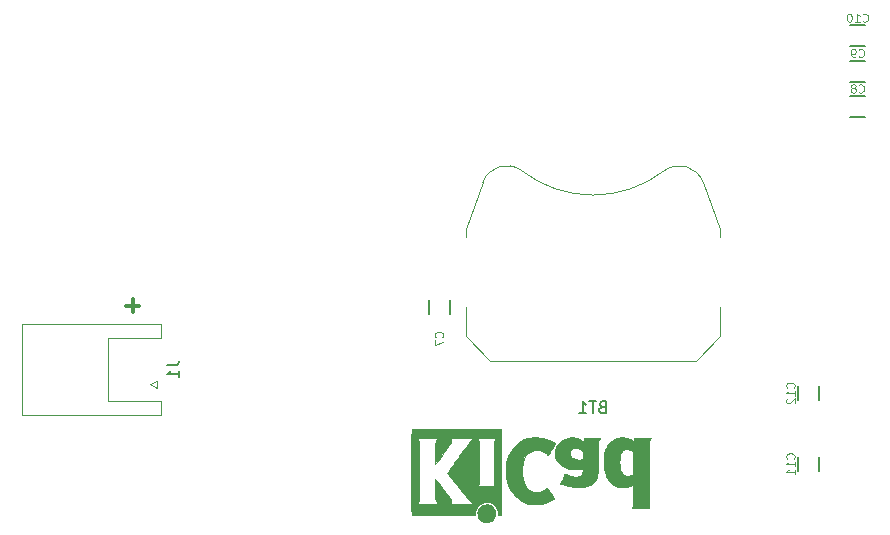
<source format=gbr>
G04 #@! TF.GenerationSoftware,KiCad,Pcbnew,(5.0.2)-1*
G04 #@! TF.CreationDate,2019-05-25T19:55:33-02:30*
G04 #@! TF.ProjectId,ControllerPCB,436f6e74-726f-46c6-9c65-725043422e6b,rev?*
G04 #@! TF.SameCoordinates,Original*
G04 #@! TF.FileFunction,Legend,Bot*
G04 #@! TF.FilePolarity,Positive*
%FSLAX46Y46*%
G04 Gerber Fmt 4.6, Leading zero omitted, Abs format (unit mm)*
G04 Created by KiCad (PCBNEW (5.0.2)-1) date 5/25/2019 7:55:33 PM*
%MOMM*%
%LPD*%
G01*
G04 APERTURE LIST*
%ADD10C,0.300000*%
%ADD11C,0.010000*%
%ADD12C,0.100000*%
%ADD13C,0.150000*%
%ADD14C,0.120000*%
G04 APERTURE END LIST*
D10*
X120201571Y-99722142D02*
X121344428Y-99722142D01*
X120773000Y-100293571D02*
X120773000Y-99150714D01*
D11*
G04 #@! TO.C,logo3*
G36*
X150895682Y-118031067D02*
X151031929Y-117983828D01*
X151158779Y-117909473D01*
X151272067Y-117808013D01*
X151367628Y-117679457D01*
X151410554Y-117598428D01*
X151447705Y-117485092D01*
X151465712Y-117354249D01*
X151463717Y-117219735D01*
X151441577Y-117097842D01*
X151381064Y-116948893D01*
X151293314Y-116819691D01*
X151182788Y-116712777D01*
X151053946Y-116630694D01*
X150911247Y-116575984D01*
X150759151Y-116551190D01*
X150602119Y-116558853D01*
X150524714Y-116575228D01*
X150373859Y-116633911D01*
X150239875Y-116723457D01*
X150125994Y-116841107D01*
X150035448Y-116984098D01*
X150027788Y-116999714D01*
X150001306Y-117058314D01*
X149984678Y-117107666D01*
X149975650Y-117159730D01*
X149971968Y-117226461D01*
X149971357Y-117299071D01*
X149972367Y-117386309D01*
X149976928Y-117449376D01*
X149987334Y-117500364D01*
X150005879Y-117551367D01*
X150028770Y-117601687D01*
X150114154Y-117744530D01*
X150219301Y-117860190D01*
X150340045Y-117948675D01*
X150472221Y-118009995D01*
X150611663Y-118044161D01*
X150754205Y-118051182D01*
X150895682Y-118031067D01*
X150895682Y-118031067D01*
G37*
X150895682Y-118031067D02*
X151031929Y-117983828D01*
X151158779Y-117909473D01*
X151272067Y-117808013D01*
X151367628Y-117679457D01*
X151410554Y-117598428D01*
X151447705Y-117485092D01*
X151465712Y-117354249D01*
X151463717Y-117219735D01*
X151441577Y-117097842D01*
X151381064Y-116948893D01*
X151293314Y-116819691D01*
X151182788Y-116712777D01*
X151053946Y-116630694D01*
X150911247Y-116575984D01*
X150759151Y-116551190D01*
X150602119Y-116558853D01*
X150524714Y-116575228D01*
X150373859Y-116633911D01*
X150239875Y-116723457D01*
X150125994Y-116841107D01*
X150035448Y-116984098D01*
X150027788Y-116999714D01*
X150001306Y-117058314D01*
X149984678Y-117107666D01*
X149975650Y-117159730D01*
X149971968Y-117226461D01*
X149971357Y-117299071D01*
X149972367Y-117386309D01*
X149976928Y-117449376D01*
X149987334Y-117500364D01*
X150005879Y-117551367D01*
X150028770Y-117601687D01*
X150114154Y-117744530D01*
X150219301Y-117860190D01*
X150340045Y-117948675D01*
X150472221Y-118009995D01*
X150611663Y-118044161D01*
X150754205Y-118051182D01*
X150895682Y-118031067D01*
G36*
X163539571Y-116814911D02*
X163693876Y-116814277D01*
X163746321Y-116813958D01*
X164467500Y-116809214D01*
X164476571Y-114042428D01*
X164477769Y-113667244D01*
X164478832Y-113326583D01*
X164479827Y-113018682D01*
X164480823Y-112741779D01*
X164481888Y-112494112D01*
X164483091Y-112273919D01*
X164484499Y-112079438D01*
X164486182Y-111908906D01*
X164488206Y-111760560D01*
X164490641Y-111632639D01*
X164493554Y-111523380D01*
X164497015Y-111431021D01*
X164501090Y-111353800D01*
X164505849Y-111289954D01*
X164511360Y-111237722D01*
X164517691Y-111195340D01*
X164524910Y-111161047D01*
X164533085Y-111133080D01*
X164542285Y-111109676D01*
X164552577Y-111089075D01*
X164564031Y-111069513D01*
X164576715Y-111049228D01*
X164590695Y-111026457D01*
X164593561Y-111021607D01*
X164641640Y-110939567D01*
X163251928Y-110949071D01*
X163242857Y-111101705D01*
X163237918Y-111174955D01*
X163232771Y-111217304D01*
X163225786Y-111234108D01*
X163215337Y-111230723D01*
X163206571Y-111221040D01*
X163168388Y-111185771D01*
X163106155Y-111140437D01*
X163028641Y-111090454D01*
X162944613Y-111041239D01*
X162862839Y-110998209D01*
X162800052Y-110969899D01*
X162652954Y-110923376D01*
X162484180Y-110890421D01*
X162306191Y-110872293D01*
X162131447Y-110870250D01*
X161972407Y-110885553D01*
X161969788Y-110885991D01*
X161752168Y-110940598D01*
X161548455Y-111027599D01*
X161360613Y-111145124D01*
X161190607Y-111291303D01*
X161040402Y-111464266D01*
X160911964Y-111662143D01*
X160807257Y-111883064D01*
X160750246Y-112046714D01*
X160712651Y-112183625D01*
X160684771Y-112316202D01*
X160665753Y-112452498D01*
X160654745Y-112600567D01*
X160650895Y-112768463D01*
X160652600Y-112905560D01*
X161991359Y-112905560D01*
X161997694Y-112675671D01*
X162017679Y-112477889D01*
X162051927Y-112310461D01*
X162101055Y-112171631D01*
X162165676Y-112059642D01*
X162246405Y-111972741D01*
X162339591Y-111911308D01*
X162388080Y-111888374D01*
X162430134Y-111874625D01*
X162477020Y-111868334D01*
X162540004Y-111867778D01*
X162607857Y-111870227D01*
X162741295Y-111881996D01*
X162846832Y-111905045D01*
X162880000Y-111916590D01*
X162955735Y-111950689D01*
X163035614Y-111993509D01*
X163070500Y-112014943D01*
X163161214Y-112074444D01*
X163161214Y-113960416D01*
X163061428Y-114020229D01*
X162922267Y-114087815D01*
X162780087Y-114127786D01*
X162640090Y-114140378D01*
X162507474Y-114125827D01*
X162387440Y-114084368D01*
X162285188Y-114016237D01*
X162252195Y-113983534D01*
X162172667Y-113876381D01*
X162108299Y-113746673D01*
X162058553Y-113592186D01*
X162022891Y-113410698D01*
X162000775Y-113199985D01*
X161991667Y-112957825D01*
X161991359Y-112905560D01*
X160652600Y-112905560D01*
X160653310Y-112962626D01*
X160668605Y-113261287D01*
X160699358Y-113530675D01*
X160746381Y-113774715D01*
X160810482Y-113997330D01*
X160892472Y-114202444D01*
X160921730Y-114263254D01*
X161039581Y-114461560D01*
X161181996Y-114637788D01*
X161345629Y-114789092D01*
X161527131Y-114912629D01*
X161723153Y-115005553D01*
X161840655Y-115043885D01*
X161956054Y-115066641D01*
X162094907Y-115080180D01*
X162245574Y-115084508D01*
X162396413Y-115079632D01*
X162535785Y-115065556D01*
X162647691Y-115043475D01*
X162780884Y-115000172D01*
X162909979Y-114944489D01*
X163022928Y-114882064D01*
X163083043Y-114839697D01*
X163124510Y-114808193D01*
X163153545Y-114789010D01*
X163160150Y-114786286D01*
X163162198Y-114803837D01*
X163164107Y-114854125D01*
X163165836Y-114933600D01*
X163167341Y-115038714D01*
X163168581Y-115165917D01*
X163169513Y-115311661D01*
X163170095Y-115472397D01*
X163170286Y-115636116D01*
X163170179Y-115845812D01*
X163169658Y-116022604D01*
X163168416Y-116169874D01*
X163166148Y-116291003D01*
X163162550Y-116389373D01*
X163157317Y-116468366D01*
X163150144Y-116531362D01*
X163140726Y-116581745D01*
X163128758Y-116622895D01*
X163113935Y-116658194D01*
X163095952Y-116691023D01*
X163074505Y-116724765D01*
X163071745Y-116728943D01*
X163044083Y-116772644D01*
X163027382Y-116802695D01*
X163025143Y-116809033D01*
X163042643Y-116811033D01*
X163092574Y-116812660D01*
X163171085Y-116813888D01*
X163274323Y-116814689D01*
X163398436Y-116815039D01*
X163539571Y-116814911D01*
X163539571Y-116814911D01*
G37*
X163539571Y-116814911D02*
X163693876Y-116814277D01*
X163746321Y-116813958D01*
X164467500Y-116809214D01*
X164476571Y-114042428D01*
X164477769Y-113667244D01*
X164478832Y-113326583D01*
X164479827Y-113018682D01*
X164480823Y-112741779D01*
X164481888Y-112494112D01*
X164483091Y-112273919D01*
X164484499Y-112079438D01*
X164486182Y-111908906D01*
X164488206Y-111760560D01*
X164490641Y-111632639D01*
X164493554Y-111523380D01*
X164497015Y-111431021D01*
X164501090Y-111353800D01*
X164505849Y-111289954D01*
X164511360Y-111237722D01*
X164517691Y-111195340D01*
X164524910Y-111161047D01*
X164533085Y-111133080D01*
X164542285Y-111109676D01*
X164552577Y-111089075D01*
X164564031Y-111069513D01*
X164576715Y-111049228D01*
X164590695Y-111026457D01*
X164593561Y-111021607D01*
X164641640Y-110939567D01*
X163251928Y-110949071D01*
X163242857Y-111101705D01*
X163237918Y-111174955D01*
X163232771Y-111217304D01*
X163225786Y-111234108D01*
X163215337Y-111230723D01*
X163206571Y-111221040D01*
X163168388Y-111185771D01*
X163106155Y-111140437D01*
X163028641Y-111090454D01*
X162944613Y-111041239D01*
X162862839Y-110998209D01*
X162800052Y-110969899D01*
X162652954Y-110923376D01*
X162484180Y-110890421D01*
X162306191Y-110872293D01*
X162131447Y-110870250D01*
X161972407Y-110885553D01*
X161969788Y-110885991D01*
X161752168Y-110940598D01*
X161548455Y-111027599D01*
X161360613Y-111145124D01*
X161190607Y-111291303D01*
X161040402Y-111464266D01*
X160911964Y-111662143D01*
X160807257Y-111883064D01*
X160750246Y-112046714D01*
X160712651Y-112183625D01*
X160684771Y-112316202D01*
X160665753Y-112452498D01*
X160654745Y-112600567D01*
X160650895Y-112768463D01*
X160652600Y-112905560D01*
X161991359Y-112905560D01*
X161997694Y-112675671D01*
X162017679Y-112477889D01*
X162051927Y-112310461D01*
X162101055Y-112171631D01*
X162165676Y-112059642D01*
X162246405Y-111972741D01*
X162339591Y-111911308D01*
X162388080Y-111888374D01*
X162430134Y-111874625D01*
X162477020Y-111868334D01*
X162540004Y-111867778D01*
X162607857Y-111870227D01*
X162741295Y-111881996D01*
X162846832Y-111905045D01*
X162880000Y-111916590D01*
X162955735Y-111950689D01*
X163035614Y-111993509D01*
X163070500Y-112014943D01*
X163161214Y-112074444D01*
X163161214Y-113960416D01*
X163061428Y-114020229D01*
X162922267Y-114087815D01*
X162780087Y-114127786D01*
X162640090Y-114140378D01*
X162507474Y-114125827D01*
X162387440Y-114084368D01*
X162285188Y-114016237D01*
X162252195Y-113983534D01*
X162172667Y-113876381D01*
X162108299Y-113746673D01*
X162058553Y-113592186D01*
X162022891Y-113410698D01*
X162000775Y-113199985D01*
X161991667Y-112957825D01*
X161991359Y-112905560D01*
X160652600Y-112905560D01*
X160653310Y-112962626D01*
X160668605Y-113261287D01*
X160699358Y-113530675D01*
X160746381Y-113774715D01*
X160810482Y-113997330D01*
X160892472Y-114202444D01*
X160921730Y-114263254D01*
X161039581Y-114461560D01*
X161181996Y-114637788D01*
X161345629Y-114789092D01*
X161527131Y-114912629D01*
X161723153Y-115005553D01*
X161840655Y-115043885D01*
X161956054Y-115066641D01*
X162094907Y-115080180D01*
X162245574Y-115084508D01*
X162396413Y-115079632D01*
X162535785Y-115065556D01*
X162647691Y-115043475D01*
X162780884Y-115000172D01*
X162909979Y-114944489D01*
X163022928Y-114882064D01*
X163083043Y-114839697D01*
X163124510Y-114808193D01*
X163153545Y-114789010D01*
X163160150Y-114786286D01*
X163162198Y-114803837D01*
X163164107Y-114854125D01*
X163165836Y-114933600D01*
X163167341Y-115038714D01*
X163168581Y-115165917D01*
X163169513Y-115311661D01*
X163170095Y-115472397D01*
X163170286Y-115636116D01*
X163170179Y-115845812D01*
X163169658Y-116022604D01*
X163168416Y-116169874D01*
X163166148Y-116291003D01*
X163162550Y-116389373D01*
X163157317Y-116468366D01*
X163150144Y-116531362D01*
X163140726Y-116581745D01*
X163128758Y-116622895D01*
X163113935Y-116658194D01*
X163095952Y-116691023D01*
X163074505Y-116724765D01*
X163071745Y-116728943D01*
X163044083Y-116772644D01*
X163027382Y-116802695D01*
X163025143Y-116809033D01*
X163042643Y-116811033D01*
X163092574Y-116812660D01*
X163171085Y-116813888D01*
X163274323Y-116814689D01*
X163398436Y-116815039D01*
X163539571Y-116814911D01*
G36*
X158683632Y-115087270D02*
X158773523Y-115080465D01*
X159030715Y-115046247D01*
X159258485Y-114991669D01*
X159457943Y-114915980D01*
X159630197Y-114818430D01*
X159776359Y-114698268D01*
X159897536Y-114554742D01*
X159994839Y-114387102D01*
X160065891Y-114205714D01*
X160083927Y-114147854D01*
X160099632Y-114093671D01*
X160113192Y-114040248D01*
X160124792Y-113984667D01*
X160134617Y-113924012D01*
X160142853Y-113855365D01*
X160149684Y-113775810D01*
X160155295Y-113682428D01*
X160159872Y-113572304D01*
X160163600Y-113442519D01*
X160166665Y-113290158D01*
X160169250Y-113112302D01*
X160171542Y-112906035D01*
X160173725Y-112668439D01*
X160175286Y-112482143D01*
X160185785Y-111203071D01*
X160253821Y-111079982D01*
X160286038Y-111020683D01*
X160310012Y-110974623D01*
X160321450Y-110950107D01*
X160321857Y-110948447D01*
X160304375Y-110946546D01*
X160254574Y-110944795D01*
X160176421Y-110943242D01*
X160073882Y-110941938D01*
X159950922Y-110940930D01*
X159811510Y-110940269D01*
X159659611Y-110940003D01*
X159641500Y-110940000D01*
X158961143Y-110940000D01*
X158961143Y-111094214D01*
X158959982Y-111163906D01*
X158956887Y-111217206D01*
X158952432Y-111245783D01*
X158950463Y-111248428D01*
X158932455Y-111237347D01*
X158895393Y-111208264D01*
X158847222Y-111167421D01*
X158846141Y-111166476D01*
X158758235Y-111101029D01*
X158647217Y-111035312D01*
X158525631Y-110975781D01*
X158406021Y-110928891D01*
X158353357Y-110912867D01*
X158248551Y-110892515D01*
X158119950Y-110879528D01*
X157979325Y-110874091D01*
X157838448Y-110876389D01*
X157709093Y-110886608D01*
X157618571Y-110901311D01*
X157396580Y-110966501D01*
X157196729Y-111059406D01*
X157020319Y-111178874D01*
X156868650Y-111323753D01*
X156743024Y-111492890D01*
X156644741Y-111685133D01*
X156602341Y-111801786D01*
X156575768Y-111915167D01*
X156558158Y-112051278D01*
X156550010Y-112197563D01*
X156550278Y-112218849D01*
X157777321Y-112218849D01*
X157787496Y-112110150D01*
X157821378Y-112019815D01*
X157884000Y-111936005D01*
X157908052Y-111911429D01*
X157993551Y-111844989D01*
X158092373Y-111802426D01*
X158210768Y-111781823D01*
X158335445Y-111780306D01*
X158453698Y-111790323D01*
X158544239Y-111809915D01*
X158583560Y-111824630D01*
X158654432Y-111864735D01*
X158729525Y-111921137D01*
X158798038Y-111984439D01*
X158849172Y-112045245D01*
X158862750Y-112067551D01*
X158873305Y-112098788D01*
X158880810Y-112148493D01*
X158885613Y-112221413D01*
X158888065Y-112322297D01*
X158888571Y-112418311D01*
X158888228Y-112530250D01*
X158886843Y-112611191D01*
X158883881Y-112666415D01*
X158878808Y-112701206D01*
X158871090Y-112720846D01*
X158860192Y-112730620D01*
X158856821Y-112732176D01*
X158827529Y-112736971D01*
X158769756Y-112740892D01*
X158691304Y-112743586D01*
X158599974Y-112744701D01*
X158580143Y-112744702D01*
X158458063Y-112742754D01*
X158363749Y-112736959D01*
X158288807Y-112726525D01*
X158226903Y-112711286D01*
X158073349Y-112653216D01*
X157952932Y-112581821D01*
X157864610Y-112495961D01*
X157807339Y-112394493D01*
X157780078Y-112276275D01*
X157777321Y-112218849D01*
X156550278Y-112218849D01*
X156551823Y-112341467D01*
X156564096Y-112470435D01*
X156573670Y-112522540D01*
X156634801Y-112716003D01*
X156727757Y-112894007D01*
X156850783Y-113054845D01*
X157002124Y-113196810D01*
X157180025Y-113318194D01*
X157382732Y-113417291D01*
X157555071Y-113477467D01*
X157670253Y-113509081D01*
X157780423Y-113533646D01*
X157892719Y-113551961D01*
X158014275Y-113564822D01*
X158152229Y-113573028D01*
X158313715Y-113577376D01*
X158459715Y-113578600D01*
X158892645Y-113579785D01*
X158884351Y-113709920D01*
X158860801Y-113851117D01*
X158810703Y-113972482D01*
X158736191Y-114070983D01*
X158639399Y-114143591D01*
X158554171Y-114179021D01*
X158432056Y-114201350D01*
X158286683Y-114204557D01*
X158124867Y-114189823D01*
X157953422Y-114158330D01*
X157779163Y-114111260D01*
X157608904Y-114049797D01*
X157485176Y-113993583D01*
X157425647Y-113964717D01*
X157380242Y-113944557D01*
X157357150Y-113936690D01*
X157355897Y-113936942D01*
X157347929Y-113954563D01*
X157328031Y-114001267D01*
X157298077Y-114072582D01*
X157259939Y-114164031D01*
X157215488Y-114271141D01*
X157170305Y-114380451D01*
X156989667Y-114818260D01*
X157118155Y-114839364D01*
X157173846Y-114849953D01*
X157257564Y-114867737D01*
X157362139Y-114891102D01*
X157480399Y-114918435D01*
X157605172Y-114948119D01*
X157654857Y-114960182D01*
X157869807Y-115010038D01*
X158057995Y-115047416D01*
X158226446Y-115073073D01*
X158382186Y-115087765D01*
X158532240Y-115092245D01*
X158683632Y-115087270D01*
X158683632Y-115087270D01*
G37*
X158683632Y-115087270D02*
X158773523Y-115080465D01*
X159030715Y-115046247D01*
X159258485Y-114991669D01*
X159457943Y-114915980D01*
X159630197Y-114818430D01*
X159776359Y-114698268D01*
X159897536Y-114554742D01*
X159994839Y-114387102D01*
X160065891Y-114205714D01*
X160083927Y-114147854D01*
X160099632Y-114093671D01*
X160113192Y-114040248D01*
X160124792Y-113984667D01*
X160134617Y-113924012D01*
X160142853Y-113855365D01*
X160149684Y-113775810D01*
X160155295Y-113682428D01*
X160159872Y-113572304D01*
X160163600Y-113442519D01*
X160166665Y-113290158D01*
X160169250Y-113112302D01*
X160171542Y-112906035D01*
X160173725Y-112668439D01*
X160175286Y-112482143D01*
X160185785Y-111203071D01*
X160253821Y-111079982D01*
X160286038Y-111020683D01*
X160310012Y-110974623D01*
X160321450Y-110950107D01*
X160321857Y-110948447D01*
X160304375Y-110946546D01*
X160254574Y-110944795D01*
X160176421Y-110943242D01*
X160073882Y-110941938D01*
X159950922Y-110940930D01*
X159811510Y-110940269D01*
X159659611Y-110940003D01*
X159641500Y-110940000D01*
X158961143Y-110940000D01*
X158961143Y-111094214D01*
X158959982Y-111163906D01*
X158956887Y-111217206D01*
X158952432Y-111245783D01*
X158950463Y-111248428D01*
X158932455Y-111237347D01*
X158895393Y-111208264D01*
X158847222Y-111167421D01*
X158846141Y-111166476D01*
X158758235Y-111101029D01*
X158647217Y-111035312D01*
X158525631Y-110975781D01*
X158406021Y-110928891D01*
X158353357Y-110912867D01*
X158248551Y-110892515D01*
X158119950Y-110879528D01*
X157979325Y-110874091D01*
X157838448Y-110876389D01*
X157709093Y-110886608D01*
X157618571Y-110901311D01*
X157396580Y-110966501D01*
X157196729Y-111059406D01*
X157020319Y-111178874D01*
X156868650Y-111323753D01*
X156743024Y-111492890D01*
X156644741Y-111685133D01*
X156602341Y-111801786D01*
X156575768Y-111915167D01*
X156558158Y-112051278D01*
X156550010Y-112197563D01*
X156550278Y-112218849D01*
X157777321Y-112218849D01*
X157787496Y-112110150D01*
X157821378Y-112019815D01*
X157884000Y-111936005D01*
X157908052Y-111911429D01*
X157993551Y-111844989D01*
X158092373Y-111802426D01*
X158210768Y-111781823D01*
X158335445Y-111780306D01*
X158453698Y-111790323D01*
X158544239Y-111809915D01*
X158583560Y-111824630D01*
X158654432Y-111864735D01*
X158729525Y-111921137D01*
X158798038Y-111984439D01*
X158849172Y-112045245D01*
X158862750Y-112067551D01*
X158873305Y-112098788D01*
X158880810Y-112148493D01*
X158885613Y-112221413D01*
X158888065Y-112322297D01*
X158888571Y-112418311D01*
X158888228Y-112530250D01*
X158886843Y-112611191D01*
X158883881Y-112666415D01*
X158878808Y-112701206D01*
X158871090Y-112720846D01*
X158860192Y-112730620D01*
X158856821Y-112732176D01*
X158827529Y-112736971D01*
X158769756Y-112740892D01*
X158691304Y-112743586D01*
X158599974Y-112744701D01*
X158580143Y-112744702D01*
X158458063Y-112742754D01*
X158363749Y-112736959D01*
X158288807Y-112726525D01*
X158226903Y-112711286D01*
X158073349Y-112653216D01*
X157952932Y-112581821D01*
X157864610Y-112495961D01*
X157807339Y-112394493D01*
X157780078Y-112276275D01*
X157777321Y-112218849D01*
X156550278Y-112218849D01*
X156551823Y-112341467D01*
X156564096Y-112470435D01*
X156573670Y-112522540D01*
X156634801Y-112716003D01*
X156727757Y-112894007D01*
X156850783Y-113054845D01*
X157002124Y-113196810D01*
X157180025Y-113318194D01*
X157382732Y-113417291D01*
X157555071Y-113477467D01*
X157670253Y-113509081D01*
X157780423Y-113533646D01*
X157892719Y-113551961D01*
X158014275Y-113564822D01*
X158152229Y-113573028D01*
X158313715Y-113577376D01*
X158459715Y-113578600D01*
X158892645Y-113579785D01*
X158884351Y-113709920D01*
X158860801Y-113851117D01*
X158810703Y-113972482D01*
X158736191Y-114070983D01*
X158639399Y-114143591D01*
X158554171Y-114179021D01*
X158432056Y-114201350D01*
X158286683Y-114204557D01*
X158124867Y-114189823D01*
X157953422Y-114158330D01*
X157779163Y-114111260D01*
X157608904Y-114049797D01*
X157485176Y-113993583D01*
X157425647Y-113964717D01*
X157380242Y-113944557D01*
X157357150Y-113936690D01*
X157355897Y-113936942D01*
X157347929Y-113954563D01*
X157328031Y-114001267D01*
X157298077Y-114072582D01*
X157259939Y-114164031D01*
X157215488Y-114271141D01*
X157170305Y-114380451D01*
X156989667Y-114818260D01*
X157118155Y-114839364D01*
X157173846Y-114849953D01*
X157257564Y-114867737D01*
X157362139Y-114891102D01*
X157480399Y-114918435D01*
X157605172Y-114948119D01*
X157654857Y-114960182D01*
X157869807Y-115010038D01*
X158057995Y-115047416D01*
X158226446Y-115073073D01*
X158382186Y-115087765D01*
X158532240Y-115092245D01*
X158683632Y-115087270D01*
G36*
X155079378Y-116545769D02*
X155275019Y-116524351D01*
X155464562Y-116486015D01*
X155655717Y-116428762D01*
X155856196Y-116350591D01*
X156073708Y-116249504D01*
X156112880Y-116229924D01*
X156202772Y-116185638D01*
X156287553Y-116145761D01*
X156358855Y-116114102D01*
X156408310Y-116094468D01*
X156415908Y-116091996D01*
X156488714Y-116070183D01*
X156162803Y-115596056D01*
X156083123Y-115480177D01*
X156010272Y-115374306D01*
X155946730Y-115282038D01*
X155894972Y-115206967D01*
X155857477Y-115152687D01*
X155836723Y-115122793D01*
X155833351Y-115118059D01*
X155819655Y-115127958D01*
X155785943Y-115157715D01*
X155738244Y-115201927D01*
X155711920Y-115226916D01*
X155562772Y-115345544D01*
X155395268Y-115435687D01*
X155250928Y-115485064D01*
X155164283Y-115500571D01*
X155055796Y-115510021D01*
X154938227Y-115513239D01*
X154824334Y-115510049D01*
X154726879Y-115500276D01*
X154687990Y-115492791D01*
X154512712Y-115432488D01*
X154354765Y-115340410D01*
X154214268Y-115216727D01*
X154091335Y-115061607D01*
X153986085Y-114875219D01*
X153898635Y-114657730D01*
X153829100Y-114409308D01*
X153787775Y-114196643D01*
X153776994Y-114102759D01*
X153769648Y-113981476D01*
X153765667Y-113841507D01*
X153764979Y-113691569D01*
X153767514Y-113540378D01*
X153773200Y-113396649D01*
X153781967Y-113269097D01*
X153793744Y-113166438D01*
X153796293Y-113150599D01*
X153852481Y-112895464D01*
X153929036Y-112669658D01*
X154026426Y-112472169D01*
X154145114Y-112301986D01*
X154229363Y-112209978D01*
X154380770Y-112085057D01*
X154546817Y-111992460D01*
X154724701Y-111932691D01*
X154911622Y-111906254D01*
X155104778Y-111913652D01*
X155301369Y-111955389D01*
X155417597Y-111996229D01*
X155578438Y-112078010D01*
X155744213Y-112195322D01*
X155837073Y-112274655D01*
X155889214Y-112320571D01*
X155930180Y-112354258D01*
X155953498Y-112370490D01*
X155956393Y-112370985D01*
X155966800Y-112354399D01*
X155993767Y-112310568D01*
X156034996Y-112243252D01*
X156088189Y-112156206D01*
X156151050Y-112053190D01*
X156221281Y-111937959D01*
X156260372Y-111873769D01*
X156558964Y-111383323D01*
X156186161Y-111199085D01*
X156051369Y-111132907D01*
X155942175Y-111080722D01*
X155851907Y-111039940D01*
X155773888Y-111007967D01*
X155701444Y-110982213D01*
X155627901Y-110960086D01*
X155546584Y-110938993D01*
X155468643Y-110920470D01*
X155399366Y-110906137D01*
X155326917Y-110895306D01*
X155244042Y-110887374D01*
X155143488Y-110881742D01*
X155018003Y-110877808D01*
X154933428Y-110876109D01*
X154812754Y-110874950D01*
X154697042Y-110875535D01*
X154593951Y-110877696D01*
X154511138Y-110881268D01*
X154456260Y-110886083D01*
X154453008Y-110886563D01*
X154168043Y-110948214D01*
X153900442Y-111041715D01*
X153650297Y-111167007D01*
X153417704Y-111324026D01*
X153202757Y-111512711D01*
X153005550Y-111733000D01*
X152862727Y-111928786D01*
X152710680Y-112185051D01*
X152587773Y-112455683D01*
X152493410Y-112742851D01*
X152426999Y-113048724D01*
X152387944Y-113375472D01*
X152375640Y-113707261D01*
X152385759Y-114028221D01*
X152417561Y-114324354D01*
X152472054Y-114600655D01*
X152550250Y-114862119D01*
X152653159Y-115113742D01*
X152665447Y-115139810D01*
X152800820Y-115383493D01*
X152967089Y-115615382D01*
X153159541Y-115830677D01*
X153373466Y-116024578D01*
X153604155Y-116192285D01*
X153819109Y-116315304D01*
X154036258Y-116411655D01*
X154253868Y-116481449D01*
X154480362Y-116526587D01*
X154724166Y-116548969D01*
X154869928Y-116552269D01*
X155079378Y-116545769D01*
X155079378Y-116545769D01*
G37*
X155079378Y-116545769D02*
X155275019Y-116524351D01*
X155464562Y-116486015D01*
X155655717Y-116428762D01*
X155856196Y-116350591D01*
X156073708Y-116249504D01*
X156112880Y-116229924D01*
X156202772Y-116185638D01*
X156287553Y-116145761D01*
X156358855Y-116114102D01*
X156408310Y-116094468D01*
X156415908Y-116091996D01*
X156488714Y-116070183D01*
X156162803Y-115596056D01*
X156083123Y-115480177D01*
X156010272Y-115374306D01*
X155946730Y-115282038D01*
X155894972Y-115206967D01*
X155857477Y-115152687D01*
X155836723Y-115122793D01*
X155833351Y-115118059D01*
X155819655Y-115127958D01*
X155785943Y-115157715D01*
X155738244Y-115201927D01*
X155711920Y-115226916D01*
X155562772Y-115345544D01*
X155395268Y-115435687D01*
X155250928Y-115485064D01*
X155164283Y-115500571D01*
X155055796Y-115510021D01*
X154938227Y-115513239D01*
X154824334Y-115510049D01*
X154726879Y-115500276D01*
X154687990Y-115492791D01*
X154512712Y-115432488D01*
X154354765Y-115340410D01*
X154214268Y-115216727D01*
X154091335Y-115061607D01*
X153986085Y-114875219D01*
X153898635Y-114657730D01*
X153829100Y-114409308D01*
X153787775Y-114196643D01*
X153776994Y-114102759D01*
X153769648Y-113981476D01*
X153765667Y-113841507D01*
X153764979Y-113691569D01*
X153767514Y-113540378D01*
X153773200Y-113396649D01*
X153781967Y-113269097D01*
X153793744Y-113166438D01*
X153796293Y-113150599D01*
X153852481Y-112895464D01*
X153929036Y-112669658D01*
X154026426Y-112472169D01*
X154145114Y-112301986D01*
X154229363Y-112209978D01*
X154380770Y-112085057D01*
X154546817Y-111992460D01*
X154724701Y-111932691D01*
X154911622Y-111906254D01*
X155104778Y-111913652D01*
X155301369Y-111955389D01*
X155417597Y-111996229D01*
X155578438Y-112078010D01*
X155744213Y-112195322D01*
X155837073Y-112274655D01*
X155889214Y-112320571D01*
X155930180Y-112354258D01*
X155953498Y-112370490D01*
X155956393Y-112370985D01*
X155966800Y-112354399D01*
X155993767Y-112310568D01*
X156034996Y-112243252D01*
X156088189Y-112156206D01*
X156151050Y-112053190D01*
X156221281Y-111937959D01*
X156260372Y-111873769D01*
X156558964Y-111383323D01*
X156186161Y-111199085D01*
X156051369Y-111132907D01*
X155942175Y-111080722D01*
X155851907Y-111039940D01*
X155773888Y-111007967D01*
X155701444Y-110982213D01*
X155627901Y-110960086D01*
X155546584Y-110938993D01*
X155468643Y-110920470D01*
X155399366Y-110906137D01*
X155326917Y-110895306D01*
X155244042Y-110887374D01*
X155143488Y-110881742D01*
X155018003Y-110877808D01*
X154933428Y-110876109D01*
X154812754Y-110874950D01*
X154697042Y-110875535D01*
X154593951Y-110877696D01*
X154511138Y-110881268D01*
X154456260Y-110886083D01*
X154453008Y-110886563D01*
X154168043Y-110948214D01*
X153900442Y-111041715D01*
X153650297Y-111167007D01*
X153417704Y-111324026D01*
X153202757Y-111512711D01*
X153005550Y-111733000D01*
X152862727Y-111928786D01*
X152710680Y-112185051D01*
X152587773Y-112455683D01*
X152493410Y-112742851D01*
X152426999Y-113048724D01*
X152387944Y-113375472D01*
X152375640Y-113707261D01*
X152385759Y-114028221D01*
X152417561Y-114324354D01*
X152472054Y-114600655D01*
X152550250Y-114862119D01*
X152653159Y-115113742D01*
X152665447Y-115139810D01*
X152800820Y-115383493D01*
X152967089Y-115615382D01*
X153159541Y-115830677D01*
X153373466Y-116024578D01*
X153604155Y-116192285D01*
X153819109Y-116315304D01*
X154036258Y-116411655D01*
X154253868Y-116481449D01*
X154480362Y-116526587D01*
X154724166Y-116548969D01*
X154869928Y-116552269D01*
X155079378Y-116545769D01*
G36*
X146627911Y-117453340D02*
X146977460Y-117453293D01*
X147140170Y-117453286D01*
X149744571Y-117453285D01*
X149744571Y-117299762D01*
X149760957Y-117112937D01*
X149810412Y-116940633D01*
X149893380Y-116781825D01*
X150010305Y-116635490D01*
X150049864Y-116595968D01*
X150192170Y-116483862D01*
X150349078Y-116402101D01*
X150515928Y-116350647D01*
X150688061Y-116329463D01*
X150860815Y-116338513D01*
X151029530Y-116377758D01*
X151189546Y-116447162D01*
X151336202Y-116546689D01*
X151402068Y-116606735D01*
X151524808Y-116753957D01*
X151614812Y-116915853D01*
X151671294Y-117090573D01*
X151693471Y-117276265D01*
X151693766Y-117294533D01*
X151694928Y-117453280D01*
X151764700Y-117453283D01*
X151826595Y-117444882D01*
X151883135Y-117424444D01*
X151886872Y-117422333D01*
X151899642Y-117415707D01*
X151911368Y-117410546D01*
X151922094Y-117405349D01*
X151931861Y-117398610D01*
X151940712Y-117388829D01*
X151948689Y-117374500D01*
X151955835Y-117354122D01*
X151962192Y-117326192D01*
X151967802Y-117289205D01*
X151972707Y-117241660D01*
X151976951Y-117182053D01*
X151980576Y-117108881D01*
X151983623Y-117020641D01*
X151986136Y-116915830D01*
X151988156Y-116792945D01*
X151989726Y-116650483D01*
X151990888Y-116486940D01*
X151991686Y-116300814D01*
X151992160Y-116090602D01*
X151992354Y-115854800D01*
X151992310Y-115591906D01*
X151992070Y-115300416D01*
X151991677Y-114978828D01*
X151991173Y-114625638D01*
X151990600Y-114239343D01*
X151990001Y-113818440D01*
X151989932Y-113767160D01*
X151989395Y-113343574D01*
X151988939Y-112954770D01*
X151988516Y-112599247D01*
X151988079Y-112275502D01*
X151987578Y-111982034D01*
X151986965Y-111717339D01*
X151986192Y-111479915D01*
X151985211Y-111268260D01*
X151983974Y-111080871D01*
X151982432Y-110916246D01*
X151980537Y-110772883D01*
X151978241Y-110649280D01*
X151975496Y-110543933D01*
X151972253Y-110455341D01*
X151968464Y-110382000D01*
X151964081Y-110322410D01*
X151959055Y-110275067D01*
X151953339Y-110238469D01*
X151946884Y-110211114D01*
X151939641Y-110191498D01*
X151931563Y-110178121D01*
X151922602Y-110169479D01*
X151912708Y-110164070D01*
X151901835Y-110160392D01*
X151889933Y-110156942D01*
X151876954Y-110152218D01*
X151873783Y-110150780D01*
X151863819Y-110147549D01*
X151847141Y-110144580D01*
X151822293Y-110141863D01*
X151787820Y-110139387D01*
X151742264Y-110137142D01*
X151684170Y-110135117D01*
X151612081Y-110133302D01*
X151524542Y-110131685D01*
X151420095Y-110130257D01*
X151297285Y-110129007D01*
X151154655Y-110127924D01*
X150990749Y-110126998D01*
X150804110Y-110126218D01*
X150593284Y-110125574D01*
X150356812Y-110125054D01*
X150093239Y-110124649D01*
X149801110Y-110124348D01*
X149478966Y-110124140D01*
X149125353Y-110124015D01*
X148738814Y-110123962D01*
X148317892Y-110123971D01*
X148181544Y-110123984D01*
X147751284Y-110124053D01*
X147355836Y-110124166D01*
X146993727Y-110124335D01*
X146663483Y-110124570D01*
X146363629Y-110124884D01*
X146092692Y-110125287D01*
X145849200Y-110125793D01*
X145631677Y-110126411D01*
X145438650Y-110127154D01*
X145268646Y-110128032D01*
X145120190Y-110129059D01*
X144991810Y-110130244D01*
X144882031Y-110131600D01*
X144789380Y-110133138D01*
X144712383Y-110134870D01*
X144649566Y-110136806D01*
X144599456Y-110138960D01*
X144560579Y-110141341D01*
X144531462Y-110143963D01*
X144510629Y-110146835D01*
X144496609Y-110149970D01*
X144488966Y-110152841D01*
X144475382Y-110158570D01*
X144462910Y-110162794D01*
X144451502Y-110167015D01*
X144441111Y-110172732D01*
X144431691Y-110181445D01*
X144423192Y-110194655D01*
X144415570Y-110213863D01*
X144408775Y-110240567D01*
X144402762Y-110276270D01*
X144397483Y-110322470D01*
X144392890Y-110380668D01*
X144388936Y-110452365D01*
X144385575Y-110539060D01*
X144382759Y-110642254D01*
X144380440Y-110763447D01*
X144378572Y-110904140D01*
X144378084Y-110958143D01*
X144862296Y-110958143D01*
X146573744Y-110958143D01*
X146540813Y-111008036D01*
X146508053Y-111059307D01*
X146480311Y-111108131D01*
X146457193Y-111157924D01*
X146438303Y-111212102D01*
X146423249Y-111274084D01*
X146411633Y-111347285D01*
X146403064Y-111435122D01*
X146397144Y-111541012D01*
X146393481Y-111668372D01*
X146391679Y-111820619D01*
X146391344Y-112001168D01*
X146392081Y-112213438D01*
X146392499Y-112292245D01*
X146397214Y-113137089D01*
X146932428Y-112408443D01*
X147084054Y-112201735D01*
X147215419Y-112021740D01*
X147327943Y-111866075D01*
X147423043Y-111732353D01*
X147502138Y-111618191D01*
X147566647Y-111521203D01*
X147617988Y-111439006D01*
X147657580Y-111369214D01*
X147686840Y-111309442D01*
X147707188Y-111257307D01*
X147720042Y-111210424D01*
X147726819Y-111166407D01*
X147728940Y-111122873D01*
X147727821Y-111077436D01*
X147727536Y-111071725D01*
X147721643Y-110958067D01*
X149597229Y-110958143D01*
X149457722Y-111098811D01*
X149419865Y-111137285D01*
X149383953Y-111174721D01*
X149348407Y-111213186D01*
X149311653Y-111254742D01*
X149272114Y-111301455D01*
X149228214Y-111355390D01*
X149178377Y-111418610D01*
X149121028Y-111493182D01*
X149054589Y-111581168D01*
X148977485Y-111684635D01*
X148888139Y-111805646D01*
X148784976Y-111946266D01*
X148666420Y-112108560D01*
X148530895Y-112294593D01*
X148376823Y-112506429D01*
X148250538Y-112680196D01*
X148092046Y-112898499D01*
X147953784Y-113089371D01*
X147834501Y-113254626D01*
X147732943Y-113396074D01*
X147647859Y-113515529D01*
X147577995Y-113614802D01*
X147522100Y-113695705D01*
X147478920Y-113760051D01*
X147447203Y-113809653D01*
X147425698Y-113846321D01*
X147413150Y-113871868D01*
X147408308Y-113888107D01*
X147409763Y-113896645D01*
X147427401Y-113919365D01*
X147465534Y-113967457D01*
X147521862Y-114038062D01*
X147594084Y-114128322D01*
X147679899Y-114235379D01*
X147777006Y-114356373D01*
X147883104Y-114488446D01*
X147995891Y-114628740D01*
X148113068Y-114774397D01*
X148232333Y-114922556D01*
X148297933Y-115004000D01*
X149926686Y-115004000D01*
X149994379Y-114881535D01*
X150062071Y-114759071D01*
X150062071Y-111203071D01*
X149994379Y-111080607D01*
X149926686Y-110958143D01*
X150727441Y-110958143D01*
X150918602Y-110958198D01*
X151076499Y-110958449D01*
X151204152Y-110959021D01*
X151304581Y-110960041D01*
X151380807Y-110961635D01*
X151435852Y-110963930D01*
X151472736Y-110967050D01*
X151494479Y-110971123D01*
X151504102Y-110976275D01*
X151504627Y-110982633D01*
X151499074Y-110990321D01*
X151499016Y-110990385D01*
X151476140Y-111023476D01*
X151445849Y-111077281D01*
X151419097Y-111130992D01*
X151368357Y-111239357D01*
X151363182Y-113121678D01*
X151358007Y-115004000D01*
X149926686Y-115004000D01*
X148297933Y-115004000D01*
X148351385Y-115070361D01*
X148467923Y-115214953D01*
X148579646Y-115353472D01*
X148684254Y-115483061D01*
X148779444Y-115600860D01*
X148862917Y-115704012D01*
X148932371Y-115789657D01*
X148985506Y-115854938D01*
X149016715Y-115893000D01*
X149137903Y-116035330D01*
X149254493Y-116163770D01*
X149362397Y-116274114D01*
X149457530Y-116362159D01*
X149525043Y-116416138D01*
X149604873Y-116473571D01*
X147768892Y-116473571D01*
X147769408Y-116365835D01*
X147764276Y-116286628D01*
X147744985Y-116213195D01*
X147715123Y-116143585D01*
X147695712Y-116104259D01*
X147674841Y-116065293D01*
X147650604Y-116024099D01*
X147621094Y-115978092D01*
X147584406Y-115924683D01*
X147538632Y-115861286D01*
X147481865Y-115785315D01*
X147412200Y-115694183D01*
X147327730Y-115585302D01*
X147226547Y-115456086D01*
X147106747Y-115303948D01*
X146966421Y-115126302D01*
X146950571Y-115106258D01*
X146397214Y-114406492D01*
X146391857Y-115181496D01*
X146390779Y-115413632D01*
X146391008Y-115610154D01*
X146392557Y-115771708D01*
X146395437Y-115898944D01*
X146399659Y-115992508D01*
X146405234Y-116053048D01*
X146407107Y-116064532D01*
X146436505Y-116185501D01*
X146475022Y-116294554D01*
X146518974Y-116382237D01*
X146545379Y-116419426D01*
X146590940Y-116473571D01*
X145726470Y-116473571D01*
X145520255Y-116473395D01*
X145347812Y-116472821D01*
X145206627Y-116471783D01*
X145094188Y-116470213D01*
X145007983Y-116468046D01*
X144945498Y-116465212D01*
X144904221Y-116461647D01*
X144881640Y-116457282D01*
X144875241Y-116452051D01*
X144875683Y-116450893D01*
X144894009Y-116423231D01*
X144924604Y-116379385D01*
X144940433Y-116357209D01*
X144956798Y-116335080D01*
X144971508Y-116315291D01*
X144984656Y-116295894D01*
X144996333Y-116274942D01*
X145006632Y-116250488D01*
X145015646Y-116220584D01*
X145023468Y-116183283D01*
X145030191Y-116136637D01*
X145035906Y-116078699D01*
X145040707Y-116007521D01*
X145044685Y-115921156D01*
X145047935Y-115817656D01*
X145050548Y-115695075D01*
X145052617Y-115551463D01*
X145054234Y-115384875D01*
X145055493Y-115193363D01*
X145056485Y-114974978D01*
X145057304Y-114727774D01*
X145058042Y-114449804D01*
X145058791Y-114139119D01*
X145059492Y-113853700D01*
X145060153Y-113535508D01*
X145060497Y-113231923D01*
X145060532Y-112944885D01*
X145060268Y-112676331D01*
X145059715Y-112428202D01*
X145058880Y-112202437D01*
X145057773Y-112000974D01*
X145056404Y-111825754D01*
X145054781Y-111678714D01*
X145052913Y-111561794D01*
X145050811Y-111476933D01*
X145048482Y-111426071D01*
X145048041Y-111420696D01*
X145031992Y-111297387D01*
X145006936Y-111198356D01*
X144968779Y-111111930D01*
X144913428Y-111026435D01*
X144906504Y-111017107D01*
X144862296Y-110958143D01*
X144378084Y-110958143D01*
X144377108Y-111065832D01*
X144375999Y-111250024D01*
X144375199Y-111458216D01*
X144374661Y-111691909D01*
X144374338Y-111952602D01*
X144374183Y-112241796D01*
X144374146Y-112560991D01*
X144374183Y-112911687D01*
X144374245Y-113295386D01*
X144374285Y-113713586D01*
X144374286Y-113796607D01*
X144374309Y-114219211D01*
X144374388Y-114607019D01*
X144374533Y-114961520D01*
X144374756Y-115284203D01*
X144375069Y-115576558D01*
X144375483Y-115840073D01*
X144376009Y-116076238D01*
X144376660Y-116286542D01*
X144377447Y-116472474D01*
X144378381Y-116635525D01*
X144379474Y-116777182D01*
X144380737Y-116898936D01*
X144382183Y-117002275D01*
X144383821Y-117088689D01*
X144385666Y-117159667D01*
X144387726Y-117216699D01*
X144390015Y-117261273D01*
X144392544Y-117294879D01*
X144395324Y-117319007D01*
X144398367Y-117335144D01*
X144401684Y-117344782D01*
X144401807Y-117345022D01*
X144408640Y-117359745D01*
X144414330Y-117373074D01*
X144420626Y-117385078D01*
X144429272Y-117395827D01*
X144442014Y-117405389D01*
X144460600Y-117413833D01*
X144486774Y-117421229D01*
X144522284Y-117427646D01*
X144568875Y-117433152D01*
X144628293Y-117437817D01*
X144702285Y-117441709D01*
X144792597Y-117444898D01*
X144900975Y-117447453D01*
X145029165Y-117449442D01*
X145178913Y-117450935D01*
X145351966Y-117452002D01*
X145550069Y-117452709D01*
X145774969Y-117453128D01*
X146028412Y-117453327D01*
X146312144Y-117453374D01*
X146627911Y-117453340D01*
X146627911Y-117453340D01*
G37*
X146627911Y-117453340D02*
X146977460Y-117453293D01*
X147140170Y-117453286D01*
X149744571Y-117453285D01*
X149744571Y-117299762D01*
X149760957Y-117112937D01*
X149810412Y-116940633D01*
X149893380Y-116781825D01*
X150010305Y-116635490D01*
X150049864Y-116595968D01*
X150192170Y-116483862D01*
X150349078Y-116402101D01*
X150515928Y-116350647D01*
X150688061Y-116329463D01*
X150860815Y-116338513D01*
X151029530Y-116377758D01*
X151189546Y-116447162D01*
X151336202Y-116546689D01*
X151402068Y-116606735D01*
X151524808Y-116753957D01*
X151614812Y-116915853D01*
X151671294Y-117090573D01*
X151693471Y-117276265D01*
X151693766Y-117294533D01*
X151694928Y-117453280D01*
X151764700Y-117453283D01*
X151826595Y-117444882D01*
X151883135Y-117424444D01*
X151886872Y-117422333D01*
X151899642Y-117415707D01*
X151911368Y-117410546D01*
X151922094Y-117405349D01*
X151931861Y-117398610D01*
X151940712Y-117388829D01*
X151948689Y-117374500D01*
X151955835Y-117354122D01*
X151962192Y-117326192D01*
X151967802Y-117289205D01*
X151972707Y-117241660D01*
X151976951Y-117182053D01*
X151980576Y-117108881D01*
X151983623Y-117020641D01*
X151986136Y-116915830D01*
X151988156Y-116792945D01*
X151989726Y-116650483D01*
X151990888Y-116486940D01*
X151991686Y-116300814D01*
X151992160Y-116090602D01*
X151992354Y-115854800D01*
X151992310Y-115591906D01*
X151992070Y-115300416D01*
X151991677Y-114978828D01*
X151991173Y-114625638D01*
X151990600Y-114239343D01*
X151990001Y-113818440D01*
X151989932Y-113767160D01*
X151989395Y-113343574D01*
X151988939Y-112954770D01*
X151988516Y-112599247D01*
X151988079Y-112275502D01*
X151987578Y-111982034D01*
X151986965Y-111717339D01*
X151986192Y-111479915D01*
X151985211Y-111268260D01*
X151983974Y-111080871D01*
X151982432Y-110916246D01*
X151980537Y-110772883D01*
X151978241Y-110649280D01*
X151975496Y-110543933D01*
X151972253Y-110455341D01*
X151968464Y-110382000D01*
X151964081Y-110322410D01*
X151959055Y-110275067D01*
X151953339Y-110238469D01*
X151946884Y-110211114D01*
X151939641Y-110191498D01*
X151931563Y-110178121D01*
X151922602Y-110169479D01*
X151912708Y-110164070D01*
X151901835Y-110160392D01*
X151889933Y-110156942D01*
X151876954Y-110152218D01*
X151873783Y-110150780D01*
X151863819Y-110147549D01*
X151847141Y-110144580D01*
X151822293Y-110141863D01*
X151787820Y-110139387D01*
X151742264Y-110137142D01*
X151684170Y-110135117D01*
X151612081Y-110133302D01*
X151524542Y-110131685D01*
X151420095Y-110130257D01*
X151297285Y-110129007D01*
X151154655Y-110127924D01*
X150990749Y-110126998D01*
X150804110Y-110126218D01*
X150593284Y-110125574D01*
X150356812Y-110125054D01*
X150093239Y-110124649D01*
X149801110Y-110124348D01*
X149478966Y-110124140D01*
X149125353Y-110124015D01*
X148738814Y-110123962D01*
X148317892Y-110123971D01*
X148181544Y-110123984D01*
X147751284Y-110124053D01*
X147355836Y-110124166D01*
X146993727Y-110124335D01*
X146663483Y-110124570D01*
X146363629Y-110124884D01*
X146092692Y-110125287D01*
X145849200Y-110125793D01*
X145631677Y-110126411D01*
X145438650Y-110127154D01*
X145268646Y-110128032D01*
X145120190Y-110129059D01*
X144991810Y-110130244D01*
X144882031Y-110131600D01*
X144789380Y-110133138D01*
X144712383Y-110134870D01*
X144649566Y-110136806D01*
X144599456Y-110138960D01*
X144560579Y-110141341D01*
X144531462Y-110143963D01*
X144510629Y-110146835D01*
X144496609Y-110149970D01*
X144488966Y-110152841D01*
X144475382Y-110158570D01*
X144462910Y-110162794D01*
X144451502Y-110167015D01*
X144441111Y-110172732D01*
X144431691Y-110181445D01*
X144423192Y-110194655D01*
X144415570Y-110213863D01*
X144408775Y-110240567D01*
X144402762Y-110276270D01*
X144397483Y-110322470D01*
X144392890Y-110380668D01*
X144388936Y-110452365D01*
X144385575Y-110539060D01*
X144382759Y-110642254D01*
X144380440Y-110763447D01*
X144378572Y-110904140D01*
X144378084Y-110958143D01*
X144862296Y-110958143D01*
X146573744Y-110958143D01*
X146540813Y-111008036D01*
X146508053Y-111059307D01*
X146480311Y-111108131D01*
X146457193Y-111157924D01*
X146438303Y-111212102D01*
X146423249Y-111274084D01*
X146411633Y-111347285D01*
X146403064Y-111435122D01*
X146397144Y-111541012D01*
X146393481Y-111668372D01*
X146391679Y-111820619D01*
X146391344Y-112001168D01*
X146392081Y-112213438D01*
X146392499Y-112292245D01*
X146397214Y-113137089D01*
X146932428Y-112408443D01*
X147084054Y-112201735D01*
X147215419Y-112021740D01*
X147327943Y-111866075D01*
X147423043Y-111732353D01*
X147502138Y-111618191D01*
X147566647Y-111521203D01*
X147617988Y-111439006D01*
X147657580Y-111369214D01*
X147686840Y-111309442D01*
X147707188Y-111257307D01*
X147720042Y-111210424D01*
X147726819Y-111166407D01*
X147728940Y-111122873D01*
X147727821Y-111077436D01*
X147727536Y-111071725D01*
X147721643Y-110958067D01*
X149597229Y-110958143D01*
X149457722Y-111098811D01*
X149419865Y-111137285D01*
X149383953Y-111174721D01*
X149348407Y-111213186D01*
X149311653Y-111254742D01*
X149272114Y-111301455D01*
X149228214Y-111355390D01*
X149178377Y-111418610D01*
X149121028Y-111493182D01*
X149054589Y-111581168D01*
X148977485Y-111684635D01*
X148888139Y-111805646D01*
X148784976Y-111946266D01*
X148666420Y-112108560D01*
X148530895Y-112294593D01*
X148376823Y-112506429D01*
X148250538Y-112680196D01*
X148092046Y-112898499D01*
X147953784Y-113089371D01*
X147834501Y-113254626D01*
X147732943Y-113396074D01*
X147647859Y-113515529D01*
X147577995Y-113614802D01*
X147522100Y-113695705D01*
X147478920Y-113760051D01*
X147447203Y-113809653D01*
X147425698Y-113846321D01*
X147413150Y-113871868D01*
X147408308Y-113888107D01*
X147409763Y-113896645D01*
X147427401Y-113919365D01*
X147465534Y-113967457D01*
X147521862Y-114038062D01*
X147594084Y-114128322D01*
X147679899Y-114235379D01*
X147777006Y-114356373D01*
X147883104Y-114488446D01*
X147995891Y-114628740D01*
X148113068Y-114774397D01*
X148232333Y-114922556D01*
X148297933Y-115004000D01*
X149926686Y-115004000D01*
X149994379Y-114881535D01*
X150062071Y-114759071D01*
X150062071Y-111203071D01*
X149994379Y-111080607D01*
X149926686Y-110958143D01*
X150727441Y-110958143D01*
X150918602Y-110958198D01*
X151076499Y-110958449D01*
X151204152Y-110959021D01*
X151304581Y-110960041D01*
X151380807Y-110961635D01*
X151435852Y-110963930D01*
X151472736Y-110967050D01*
X151494479Y-110971123D01*
X151504102Y-110976275D01*
X151504627Y-110982633D01*
X151499074Y-110990321D01*
X151499016Y-110990385D01*
X151476140Y-111023476D01*
X151445849Y-111077281D01*
X151419097Y-111130992D01*
X151368357Y-111239357D01*
X151363182Y-113121678D01*
X151358007Y-115004000D01*
X149926686Y-115004000D01*
X148297933Y-115004000D01*
X148351385Y-115070361D01*
X148467923Y-115214953D01*
X148579646Y-115353472D01*
X148684254Y-115483061D01*
X148779444Y-115600860D01*
X148862917Y-115704012D01*
X148932371Y-115789657D01*
X148985506Y-115854938D01*
X149016715Y-115893000D01*
X149137903Y-116035330D01*
X149254493Y-116163770D01*
X149362397Y-116274114D01*
X149457530Y-116362159D01*
X149525043Y-116416138D01*
X149604873Y-116473571D01*
X147768892Y-116473571D01*
X147769408Y-116365835D01*
X147764276Y-116286628D01*
X147744985Y-116213195D01*
X147715123Y-116143585D01*
X147695712Y-116104259D01*
X147674841Y-116065293D01*
X147650604Y-116024099D01*
X147621094Y-115978092D01*
X147584406Y-115924683D01*
X147538632Y-115861286D01*
X147481865Y-115785315D01*
X147412200Y-115694183D01*
X147327730Y-115585302D01*
X147226547Y-115456086D01*
X147106747Y-115303948D01*
X146966421Y-115126302D01*
X146950571Y-115106258D01*
X146397214Y-114406492D01*
X146391857Y-115181496D01*
X146390779Y-115413632D01*
X146391008Y-115610154D01*
X146392557Y-115771708D01*
X146395437Y-115898944D01*
X146399659Y-115992508D01*
X146405234Y-116053048D01*
X146407107Y-116064532D01*
X146436505Y-116185501D01*
X146475022Y-116294554D01*
X146518974Y-116382237D01*
X146545379Y-116419426D01*
X146590940Y-116473571D01*
X145726470Y-116473571D01*
X145520255Y-116473395D01*
X145347812Y-116472821D01*
X145206627Y-116471783D01*
X145094188Y-116470213D01*
X145007983Y-116468046D01*
X144945498Y-116465212D01*
X144904221Y-116461647D01*
X144881640Y-116457282D01*
X144875241Y-116452051D01*
X144875683Y-116450893D01*
X144894009Y-116423231D01*
X144924604Y-116379385D01*
X144940433Y-116357209D01*
X144956798Y-116335080D01*
X144971508Y-116315291D01*
X144984656Y-116295894D01*
X144996333Y-116274942D01*
X145006632Y-116250488D01*
X145015646Y-116220584D01*
X145023468Y-116183283D01*
X145030191Y-116136637D01*
X145035906Y-116078699D01*
X145040707Y-116007521D01*
X145044685Y-115921156D01*
X145047935Y-115817656D01*
X145050548Y-115695075D01*
X145052617Y-115551463D01*
X145054234Y-115384875D01*
X145055493Y-115193363D01*
X145056485Y-114974978D01*
X145057304Y-114727774D01*
X145058042Y-114449804D01*
X145058791Y-114139119D01*
X145059492Y-113853700D01*
X145060153Y-113535508D01*
X145060497Y-113231923D01*
X145060532Y-112944885D01*
X145060268Y-112676331D01*
X145059715Y-112428202D01*
X145058880Y-112202437D01*
X145057773Y-112000974D01*
X145056404Y-111825754D01*
X145054781Y-111678714D01*
X145052913Y-111561794D01*
X145050811Y-111476933D01*
X145048482Y-111426071D01*
X145048041Y-111420696D01*
X145031992Y-111297387D01*
X145006936Y-111198356D01*
X144968779Y-111111930D01*
X144913428Y-111026435D01*
X144906504Y-111017107D01*
X144862296Y-110958143D01*
X144378084Y-110958143D01*
X144377108Y-111065832D01*
X144375999Y-111250024D01*
X144375199Y-111458216D01*
X144374661Y-111691909D01*
X144374338Y-111952602D01*
X144374183Y-112241796D01*
X144374146Y-112560991D01*
X144374183Y-112911687D01*
X144374245Y-113295386D01*
X144374285Y-113713586D01*
X144374286Y-113796607D01*
X144374309Y-114219211D01*
X144374388Y-114607019D01*
X144374533Y-114961520D01*
X144374756Y-115284203D01*
X144375069Y-115576558D01*
X144375483Y-115840073D01*
X144376009Y-116076238D01*
X144376660Y-116286542D01*
X144377447Y-116472474D01*
X144378381Y-116635525D01*
X144379474Y-116777182D01*
X144380737Y-116898936D01*
X144382183Y-117002275D01*
X144383821Y-117088689D01*
X144385666Y-117159667D01*
X144387726Y-117216699D01*
X144390015Y-117261273D01*
X144392544Y-117294879D01*
X144395324Y-117319007D01*
X144398367Y-117335144D01*
X144401684Y-117344782D01*
X144401807Y-117345022D01*
X144408640Y-117359745D01*
X144414330Y-117373074D01*
X144420626Y-117385078D01*
X144429272Y-117395827D01*
X144442014Y-117405389D01*
X144460600Y-117413833D01*
X144486774Y-117421229D01*
X144522284Y-117427646D01*
X144568875Y-117433152D01*
X144628293Y-117437817D01*
X144702285Y-117441709D01*
X144792597Y-117444898D01*
X144900975Y-117447453D01*
X145029165Y-117449442D01*
X145178913Y-117450935D01*
X145351966Y-117452002D01*
X145550069Y-117452709D01*
X145774969Y-117453128D01*
X146028412Y-117453327D01*
X146312144Y-117453374D01*
X146627911Y-117453340D01*
D12*
G04 #@! TO.C,BT1*
X170528000Y-93865000D02*
X170528000Y-93235000D01*
X170528000Y-102325000D02*
X170528000Y-99865000D01*
X148968000Y-93865000D02*
X148968000Y-93235000D01*
X148968000Y-102325000D02*
X148968000Y-99865000D01*
X169073244Y-89276831D02*
G75*
G03X165748000Y-88315000I-2015244J-738169D01*
G01*
X170528000Y-93235000D02*
X169088000Y-89285000D01*
X168448000Y-104405000D02*
X170528000Y-102325000D01*
X168448000Y-104405000D02*
X151048000Y-104405000D01*
X151048000Y-104405000D02*
X148968000Y-102325000D01*
X148968000Y-93235000D02*
X150408000Y-89285000D01*
X153744646Y-88298470D02*
G75*
G03X150408000Y-89285000I-1306646J-1716530D01*
G01*
X153743399Y-88311464D02*
G75*
G03X165748000Y-88315000I6004601J7806464D01*
G01*
D13*
G04 #@! TO.C,C7*
X145873000Y-99265000D02*
X145873000Y-100465000D01*
X147623000Y-100465000D02*
X147623000Y-99265000D01*
G04 #@! TO.C,C8*
X181548000Y-83740000D02*
X182748000Y-83740000D01*
X182748000Y-81990000D02*
X181548000Y-81990000D01*
G04 #@! TO.C,C9*
X182748000Y-78990000D02*
X181548000Y-78990000D01*
X181548000Y-80740000D02*
X182748000Y-80740000D01*
G04 #@! TO.C,C10*
X181548000Y-77740000D02*
X182748000Y-77740000D01*
X182748000Y-75990000D02*
X181548000Y-75990000D01*
G04 #@! TO.C,C11*
X178873000Y-113715000D02*
X178873000Y-112515000D01*
X177123000Y-112515000D02*
X177123000Y-113715000D01*
G04 #@! TO.C,C12*
X177123000Y-106515000D02*
X177123000Y-107715000D01*
X178873000Y-107715000D02*
X178873000Y-106515000D01*
D14*
G04 #@! TO.C,J1*
X122848000Y-106065000D02*
X122248000Y-106365000D01*
X122848000Y-106665000D02*
X122848000Y-106065000D01*
X122248000Y-106365000D02*
X122848000Y-106665000D01*
X118698000Y-102465000D02*
X118698000Y-105115000D01*
X123198000Y-102465000D02*
X118698000Y-102465000D01*
X123198000Y-101265000D02*
X123198000Y-102465000D01*
X111398000Y-101265000D02*
X123198000Y-101265000D01*
X111398000Y-105115000D02*
X111398000Y-101265000D01*
X118698000Y-107765000D02*
X118698000Y-105115000D01*
X123198000Y-107765000D02*
X118698000Y-107765000D01*
X123198000Y-108965000D02*
X123198000Y-107765000D01*
X111398000Y-108965000D02*
X123198000Y-108965000D01*
X111398000Y-105115000D02*
X111398000Y-108965000D01*
G04 #@! TO.C,BT1*
D13*
X160533714Y-108293571D02*
X160390857Y-108341190D01*
X160343238Y-108388809D01*
X160295619Y-108484047D01*
X160295619Y-108626904D01*
X160343238Y-108722142D01*
X160390857Y-108769761D01*
X160486095Y-108817380D01*
X160867047Y-108817380D01*
X160867047Y-107817380D01*
X160533714Y-107817380D01*
X160438476Y-107865000D01*
X160390857Y-107912619D01*
X160343238Y-108007857D01*
X160343238Y-108103095D01*
X160390857Y-108198333D01*
X160438476Y-108245952D01*
X160533714Y-108293571D01*
X160867047Y-108293571D01*
X160009904Y-107817380D02*
X159438476Y-107817380D01*
X159724190Y-108817380D02*
X159724190Y-107817380D01*
X158581333Y-108817380D02*
X159152761Y-108817380D01*
X158867047Y-108817380D02*
X158867047Y-107817380D01*
X158962285Y-107960238D01*
X159057523Y-108055476D01*
X159152761Y-108103095D01*
G04 #@! TO.C,C7*
D12*
X146998000Y-102373333D02*
X147031333Y-102340000D01*
X147064666Y-102240000D01*
X147064666Y-102173333D01*
X147031333Y-102073333D01*
X146964666Y-102006666D01*
X146898000Y-101973333D01*
X146764666Y-101940000D01*
X146664666Y-101940000D01*
X146531333Y-101973333D01*
X146464666Y-102006666D01*
X146398000Y-102073333D01*
X146364666Y-102173333D01*
X146364666Y-102240000D01*
X146398000Y-102340000D01*
X146431333Y-102373333D01*
X146364666Y-102606666D02*
X146364666Y-103073333D01*
X147064666Y-102773333D01*
G04 #@! TO.C,C8*
X182264666Y-81615000D02*
X182298000Y-81648333D01*
X182398000Y-81681666D01*
X182464666Y-81681666D01*
X182564666Y-81648333D01*
X182631333Y-81581666D01*
X182664666Y-81515000D01*
X182698000Y-81381666D01*
X182698000Y-81281666D01*
X182664666Y-81148333D01*
X182631333Y-81081666D01*
X182564666Y-81015000D01*
X182464666Y-80981666D01*
X182398000Y-80981666D01*
X182298000Y-81015000D01*
X182264666Y-81048333D01*
X181864666Y-81281666D02*
X181931333Y-81248333D01*
X181964666Y-81215000D01*
X181998000Y-81148333D01*
X181998000Y-81115000D01*
X181964666Y-81048333D01*
X181931333Y-81015000D01*
X181864666Y-80981666D01*
X181731333Y-80981666D01*
X181664666Y-81015000D01*
X181631333Y-81048333D01*
X181598000Y-81115000D01*
X181598000Y-81148333D01*
X181631333Y-81215000D01*
X181664666Y-81248333D01*
X181731333Y-81281666D01*
X181864666Y-81281666D01*
X181931333Y-81315000D01*
X181964666Y-81348333D01*
X181998000Y-81415000D01*
X181998000Y-81548333D01*
X181964666Y-81615000D01*
X181931333Y-81648333D01*
X181864666Y-81681666D01*
X181731333Y-81681666D01*
X181664666Y-81648333D01*
X181631333Y-81615000D01*
X181598000Y-81548333D01*
X181598000Y-81415000D01*
X181631333Y-81348333D01*
X181664666Y-81315000D01*
X181731333Y-81281666D01*
G04 #@! TO.C,C9*
X182264666Y-78615000D02*
X182298000Y-78648333D01*
X182398000Y-78681666D01*
X182464666Y-78681666D01*
X182564666Y-78648333D01*
X182631333Y-78581666D01*
X182664666Y-78515000D01*
X182698000Y-78381666D01*
X182698000Y-78281666D01*
X182664666Y-78148333D01*
X182631333Y-78081666D01*
X182564666Y-78015000D01*
X182464666Y-77981666D01*
X182398000Y-77981666D01*
X182298000Y-78015000D01*
X182264666Y-78048333D01*
X181931333Y-78681666D02*
X181798000Y-78681666D01*
X181731333Y-78648333D01*
X181698000Y-78615000D01*
X181631333Y-78515000D01*
X181598000Y-78381666D01*
X181598000Y-78115000D01*
X181631333Y-78048333D01*
X181664666Y-78015000D01*
X181731333Y-77981666D01*
X181864666Y-77981666D01*
X181931333Y-78015000D01*
X181964666Y-78048333D01*
X181998000Y-78115000D01*
X181998000Y-78281666D01*
X181964666Y-78348333D01*
X181931333Y-78381666D01*
X181864666Y-78415000D01*
X181731333Y-78415000D01*
X181664666Y-78381666D01*
X181631333Y-78348333D01*
X181598000Y-78281666D01*
G04 #@! TO.C,C10*
X182598000Y-75615000D02*
X182631333Y-75648333D01*
X182731333Y-75681666D01*
X182798000Y-75681666D01*
X182898000Y-75648333D01*
X182964666Y-75581666D01*
X182998000Y-75515000D01*
X183031333Y-75381666D01*
X183031333Y-75281666D01*
X182998000Y-75148333D01*
X182964666Y-75081666D01*
X182898000Y-75015000D01*
X182798000Y-74981666D01*
X182731333Y-74981666D01*
X182631333Y-75015000D01*
X182598000Y-75048333D01*
X181931333Y-75681666D02*
X182331333Y-75681666D01*
X182131333Y-75681666D02*
X182131333Y-74981666D01*
X182198000Y-75081666D01*
X182264666Y-75148333D01*
X182331333Y-75181666D01*
X181498000Y-74981666D02*
X181431333Y-74981666D01*
X181364666Y-75015000D01*
X181331333Y-75048333D01*
X181298000Y-75115000D01*
X181264666Y-75248333D01*
X181264666Y-75415000D01*
X181298000Y-75548333D01*
X181331333Y-75615000D01*
X181364666Y-75648333D01*
X181431333Y-75681666D01*
X181498000Y-75681666D01*
X181564666Y-75648333D01*
X181598000Y-75615000D01*
X181631333Y-75548333D01*
X181664666Y-75415000D01*
X181664666Y-75248333D01*
X181631333Y-75115000D01*
X181598000Y-75048333D01*
X181564666Y-75015000D01*
X181498000Y-74981666D01*
G04 #@! TO.C,C11*
X176748000Y-112665000D02*
X176781333Y-112631666D01*
X176814666Y-112531666D01*
X176814666Y-112465000D01*
X176781333Y-112365000D01*
X176714666Y-112298333D01*
X176648000Y-112265000D01*
X176514666Y-112231666D01*
X176414666Y-112231666D01*
X176281333Y-112265000D01*
X176214666Y-112298333D01*
X176148000Y-112365000D01*
X176114666Y-112465000D01*
X176114666Y-112531666D01*
X176148000Y-112631666D01*
X176181333Y-112665000D01*
X176814666Y-113331666D02*
X176814666Y-112931666D01*
X176814666Y-113131666D02*
X176114666Y-113131666D01*
X176214666Y-113065000D01*
X176281333Y-112998333D01*
X176314666Y-112931666D01*
X176814666Y-113998333D02*
X176814666Y-113598333D01*
X176814666Y-113798333D02*
X176114666Y-113798333D01*
X176214666Y-113731666D01*
X176281333Y-113665000D01*
X176314666Y-113598333D01*
G04 #@! TO.C,C12*
X176748000Y-106665000D02*
X176781333Y-106631666D01*
X176814666Y-106531666D01*
X176814666Y-106465000D01*
X176781333Y-106365000D01*
X176714666Y-106298333D01*
X176648000Y-106265000D01*
X176514666Y-106231666D01*
X176414666Y-106231666D01*
X176281333Y-106265000D01*
X176214666Y-106298333D01*
X176148000Y-106365000D01*
X176114666Y-106465000D01*
X176114666Y-106531666D01*
X176148000Y-106631666D01*
X176181333Y-106665000D01*
X176814666Y-107331666D02*
X176814666Y-106931666D01*
X176814666Y-107131666D02*
X176114666Y-107131666D01*
X176214666Y-107065000D01*
X176281333Y-106998333D01*
X176314666Y-106931666D01*
X176181333Y-107598333D02*
X176148000Y-107631666D01*
X176114666Y-107698333D01*
X176114666Y-107865000D01*
X176148000Y-107931666D01*
X176181333Y-107965000D01*
X176248000Y-107998333D01*
X176314666Y-107998333D01*
X176414666Y-107965000D01*
X176814666Y-107565000D01*
X176814666Y-107998333D01*
G04 #@! TO.C,J1*
D13*
X123700380Y-104781666D02*
X124414666Y-104781666D01*
X124557523Y-104734047D01*
X124652761Y-104638809D01*
X124700380Y-104495952D01*
X124700380Y-104400714D01*
X124700380Y-105781666D02*
X124700380Y-105210238D01*
X124700380Y-105495952D02*
X123700380Y-105495952D01*
X123843238Y-105400714D01*
X123938476Y-105305476D01*
X123986095Y-105210238D01*
G04 #@! TD*
M02*

</source>
